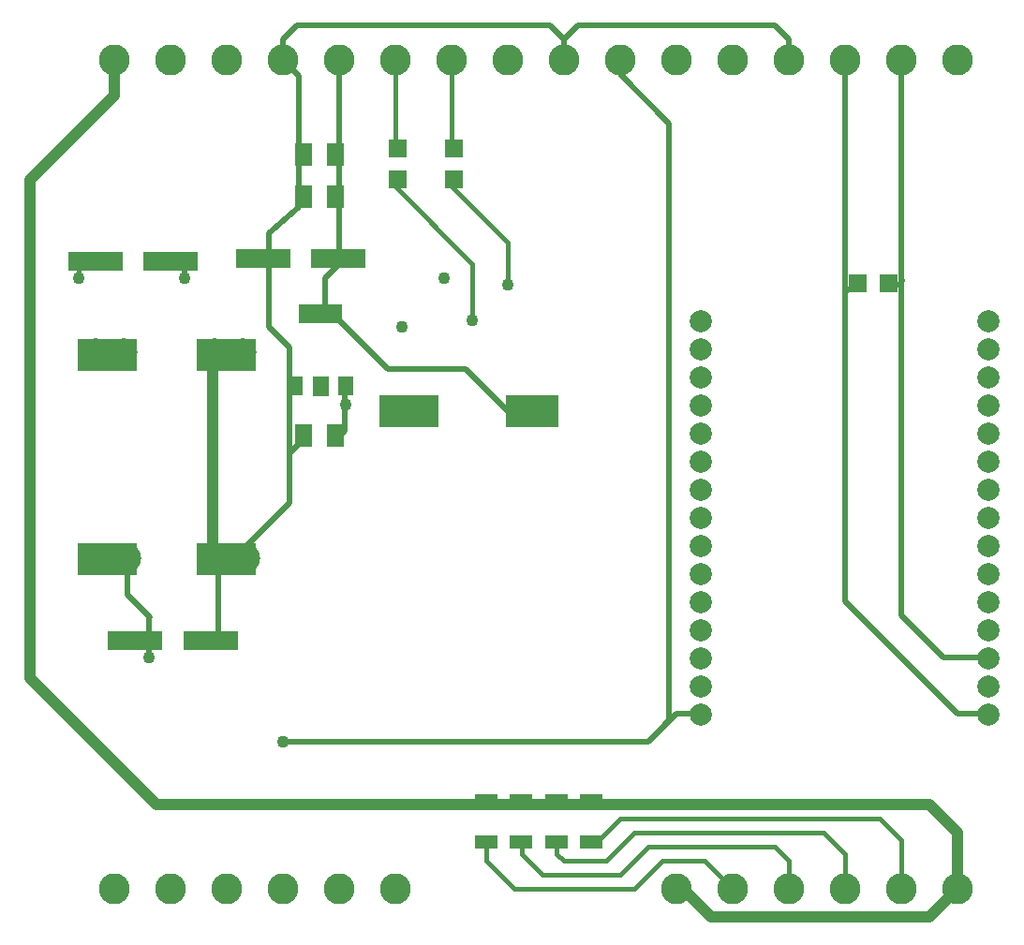
<source format=gbr>
%FSLAX34Y34*%
%MOMM*%
%LNCOPPER_TOP*%
G71*
G01*
%ADD10C, 2.80*%
%ADD11C, 2.50*%
%ADD12C, 1.10*%
%ADD13R, 1.40X1.70*%
%ADD14C, 0.00*%
%ADD15R, 4.00X1.70*%
%ADD16R, 1.60X2.00*%
%ADD17C, 0.50*%
%ADD18C, 0.40*%
%ADD19R, 3.00X1.00*%
%ADD20C, 1.00*%
%ADD21R, 2.00X1.30*%
%ADD22R, 1.50X3.00*%
%ADD23R, 5.00X1.70*%
%ADD24C, 2.00*%
%LPD*%
X166300Y-102800D02*
G54D10*
D03*
X217100Y-102800D02*
G54D10*
D03*
X267900Y-102800D02*
G54D10*
D03*
X318700Y-102800D02*
G54D10*
D03*
X369500Y-102800D02*
G54D10*
D03*
X420300Y-102800D02*
G54D10*
D03*
X282590Y-366872D02*
G54D11*
D03*
X174640Y-366872D02*
G54D11*
D03*
X257195Y-553560D02*
G54D11*
D03*
X152420Y-553560D02*
G54D11*
D03*
X257195Y-366870D02*
G54D11*
D03*
X149245Y-366870D02*
G54D11*
D03*
X285770Y-553560D02*
G54D11*
D03*
X177820Y-553560D02*
G54D11*
D03*
X318700Y-718750D02*
G54D12*
D03*
X471100Y-102800D02*
G54D10*
D03*
X521900Y-102800D02*
G54D10*
D03*
X572700Y-102800D02*
G54D10*
D03*
X623500Y-102800D02*
G54D10*
D03*
X674300Y-102800D02*
G54D10*
D03*
X725100Y-102800D02*
G54D10*
D03*
X775900Y-102800D02*
G54D10*
D03*
X826700Y-102800D02*
G54D10*
D03*
X877500Y-102800D02*
G54D10*
D03*
X928300Y-102800D02*
G54D10*
D03*
X166300Y-852100D02*
G54D10*
D03*
X217100Y-852100D02*
G54D10*
D03*
X267900Y-852100D02*
G54D10*
D03*
X318700Y-852100D02*
G54D10*
D03*
X369500Y-852100D02*
G54D10*
D03*
X420300Y-852100D02*
G54D10*
D03*
X674300Y-852100D02*
G54D10*
D03*
X725100Y-852100D02*
G54D10*
D03*
X775900Y-852100D02*
G54D10*
D03*
X826700Y-852100D02*
G54D10*
D03*
X877500Y-852100D02*
G54D10*
D03*
X928300Y-852100D02*
G54D10*
D03*
X329452Y-397557D02*
G54D13*
D03*
G36*
X345451Y-389057D02*
X359451Y-389056D01*
X359452Y-406056D01*
X345452Y-406057D01*
X345451Y-389057D01*
G37*
G54D14*
X345451Y-389057D02*
X359451Y-389056D01*
X359452Y-406056D01*
X345452Y-406057D01*
X345451Y-389057D01*
X375451Y-397556D02*
G54D13*
D03*
X352452Y-332557D02*
G54D15*
D03*
X337750Y-442525D02*
G54D16*
D03*
X365750Y-442525D02*
G54D16*
D03*
X134550Y-299650D02*
G54D12*
D03*
X229800Y-299650D02*
G54D12*
D03*
G54D17*
X152420Y-553560D02*
X177820Y-553560D01*
X177820Y-585971D01*
X198112Y-606264D01*
X198050Y-606326D01*
X198050Y-642550D01*
G54D17*
X260370Y-553560D02*
X260370Y-628306D01*
X198050Y-642550D02*
G54D12*
D03*
X337750Y-226625D02*
G54D16*
D03*
X365750Y-226625D02*
G54D16*
D03*
G54D17*
X369500Y-102800D02*
X369500Y-229800D01*
X369500Y-286950D01*
X356800Y-299650D01*
X356800Y-331400D01*
X375850Y-413950D02*
G54D12*
D03*
X464750Y-299650D02*
G54D12*
D03*
X426650Y-344100D02*
G54D12*
D03*
G54D18*
X420300Y-102800D02*
X420300Y-185350D01*
G54D18*
X471100Y-102800D02*
X471100Y-179000D01*
G54D18*
X490150Y-337750D02*
X490150Y-286950D01*
X420300Y-217100D01*
G54D18*
X470449Y-216449D02*
X521900Y-267900D01*
X521900Y-306000D01*
X521900Y-306000D02*
G54D12*
D03*
X490150Y-337750D02*
G54D12*
D03*
X337750Y-188525D02*
G54D16*
D03*
X365750Y-188525D02*
G54D16*
D03*
G54D17*
X229800Y-299650D02*
X229888Y-285252D01*
G54D17*
X324532Y-362632D02*
X306000Y-344100D01*
X306000Y-259526D01*
X333112Y-235614D01*
X333112Y-117212D01*
X318700Y-102800D01*
X318700Y-83750D01*
X331400Y-71050D01*
X560000Y-71050D01*
X572700Y-83750D01*
X572700Y-102800D01*
X572700Y-83750D01*
X585400Y-71050D01*
X763200Y-71050D01*
X775900Y-83750D01*
X775900Y-102800D01*
G54D17*
X286950Y-553650D02*
X286950Y-540950D01*
X325050Y-502850D01*
X325050Y-363150D01*
X361093Y-284412D02*
G54D19*
D03*
X311093Y-284412D02*
G54D19*
D03*
X159280Y-285026D02*
G54D19*
D03*
X209280Y-285026D02*
G54D19*
D03*
X194239Y-627792D02*
G54D19*
D03*
X244239Y-627792D02*
G54D19*
D03*
G54D17*
X337750Y-439350D02*
X337750Y-445700D01*
X325050Y-458400D01*
G54D20*
X648900Y-775900D02*
X204400Y-775900D01*
X90100Y-661600D01*
X90100Y-210750D01*
X166300Y-134550D01*
X166300Y-102800D01*
G54D20*
X674300Y-852100D02*
X680650Y-852100D01*
X706050Y-877500D01*
X902900Y-877500D01*
X928300Y-852100D01*
X928300Y-801300D01*
X902900Y-775900D01*
X636200Y-775900D01*
X597455Y-772401D02*
G54D21*
D03*
X597555Y-810001D02*
G54D21*
D03*
X565705Y-772401D02*
G54D21*
D03*
X565805Y-810001D02*
G54D21*
D03*
X533955Y-772401D02*
G54D21*
D03*
X534055Y-810001D02*
G54D21*
D03*
X502205Y-772401D02*
G54D21*
D03*
X502305Y-810001D02*
G54D21*
D03*
G54D18*
X598100Y-807650D02*
X604450Y-807650D01*
X623500Y-788600D01*
X858450Y-788600D01*
X877500Y-807650D01*
X877500Y-845750D01*
X883850Y-852100D01*
G54D18*
X566350Y-814000D02*
X566350Y-820350D01*
X572700Y-826700D01*
X610800Y-826700D01*
X636200Y-801300D01*
X807650Y-801300D01*
X826700Y-820350D01*
X826700Y-852100D01*
G54D18*
X534600Y-814000D02*
X534600Y-820350D01*
X553650Y-839400D01*
X623500Y-839400D01*
X648900Y-814000D01*
X763200Y-814000D01*
X775900Y-826700D01*
X775900Y-845750D01*
X769550Y-852100D01*
G54D18*
X502850Y-814000D02*
X502850Y-826700D01*
X528250Y-852100D01*
X636200Y-852100D01*
X661600Y-826700D01*
X699700Y-826700D01*
X725100Y-852100D01*
X413950Y-420300D02*
G54D22*
D03*
X426650Y-420300D02*
G54D22*
D03*
X439350Y-420300D02*
G54D22*
D03*
X452050Y-420300D02*
G54D22*
D03*
X528250Y-420300D02*
G54D22*
D03*
X540950Y-420300D02*
G54D22*
D03*
X547300Y-420300D02*
G54D22*
D03*
X560000Y-420300D02*
G54D22*
D03*
G54D17*
X540950Y-420300D02*
X521900Y-420300D01*
X483800Y-382200D01*
X413950Y-382200D01*
X363150Y-331400D01*
X140900Y-369500D02*
G54D22*
D03*
X153600Y-369500D02*
G54D22*
D03*
X166300Y-369500D02*
G54D22*
D03*
X179000Y-369500D02*
G54D22*
D03*
X248850Y-369500D02*
G54D22*
D03*
X261550Y-369500D02*
G54D22*
D03*
X274250Y-369500D02*
G54D22*
D03*
X286950Y-369500D02*
G54D22*
D03*
X140900Y-553650D02*
G54D22*
D03*
X153600Y-553650D02*
G54D22*
D03*
X166300Y-553650D02*
G54D22*
D03*
X179000Y-553650D02*
G54D22*
D03*
X248850Y-553650D02*
G54D22*
D03*
X261550Y-553650D02*
G54D22*
D03*
X274250Y-553650D02*
G54D22*
D03*
X286950Y-553650D02*
G54D22*
D03*
X185294Y-627862D02*
G54D23*
D03*
X253149Y-627862D02*
G54D23*
D03*
X149015Y-284836D02*
G54D23*
D03*
X216871Y-284836D02*
G54D23*
D03*
X301254Y-282597D02*
G54D23*
D03*
X369110Y-282597D02*
G54D23*
D03*
G54D20*
X255200Y-363150D02*
X255200Y-560000D01*
G54D17*
X318700Y-718750D02*
X648900Y-718750D01*
X667950Y-699700D01*
X667950Y-159950D01*
X623500Y-115500D01*
X623500Y-109150D01*
G54D17*
X826700Y-102800D02*
X826700Y-591750D01*
X928300Y-693350D01*
X960050Y-693350D01*
G54D17*
X877500Y-102800D02*
X877500Y-604450D01*
X915600Y-642550D01*
X953700Y-642550D01*
G54D17*
X693350Y-693350D02*
X674300Y-693350D01*
X648900Y-718750D01*
G36*
X830179Y-296861D02*
X846179Y-296861D01*
X846179Y-312861D01*
X830179Y-312861D01*
X830179Y-296861D01*
G37*
G36*
X858179Y-296861D02*
X874179Y-296861D01*
X874179Y-312861D01*
X858179Y-312861D01*
X858179Y-296861D01*
G37*
G36*
X465387Y-174550D02*
X481387Y-174550D01*
X481387Y-190550D01*
X465387Y-190550D01*
X465387Y-174550D01*
G37*
G36*
X465387Y-202550D02*
X481387Y-202550D01*
X481387Y-218550D01*
X465387Y-218550D01*
X465387Y-202550D01*
G37*
G36*
X414587Y-174550D02*
X430587Y-174550D01*
X430587Y-190550D01*
X414587Y-190550D01*
X414587Y-174550D01*
G37*
G36*
X414587Y-202550D02*
X430587Y-202550D01*
X430587Y-218550D01*
X414587Y-218550D01*
X414587Y-202550D01*
G37*
G54D17*
X374650Y-412750D02*
X374650Y-393700D01*
G54D17*
X374650Y-412750D02*
X374650Y-438150D01*
X368300Y-444500D01*
G54D18*
X837400Y-308000D02*
X831623Y-308000D01*
X827170Y-312453D01*
G54D18*
X862800Y-308000D02*
X872000Y-308000D01*
X878113Y-301887D01*
X696163Y-338744D02*
G54D24*
D03*
X696163Y-364144D02*
G54D24*
D03*
X696163Y-389544D02*
G54D24*
D03*
X696163Y-414944D02*
G54D24*
D03*
X696163Y-440344D02*
G54D24*
D03*
X696163Y-465744D02*
G54D24*
D03*
X696163Y-491144D02*
G54D24*
D03*
X696163Y-516544D02*
G54D24*
D03*
X696163Y-541944D02*
G54D24*
D03*
X696163Y-567344D02*
G54D24*
D03*
X696163Y-592744D02*
G54D24*
D03*
X696163Y-618144D02*
G54D24*
D03*
X696163Y-643544D02*
G54D24*
D03*
X696163Y-668944D02*
G54D24*
D03*
X696163Y-694344D02*
G54D24*
D03*
X956513Y-338744D02*
G54D24*
D03*
X956513Y-364144D02*
G54D24*
D03*
X956513Y-389544D02*
G54D24*
D03*
X956513Y-414944D02*
G54D24*
D03*
X956513Y-440344D02*
G54D24*
D03*
X956513Y-465744D02*
G54D24*
D03*
X956513Y-491144D02*
G54D24*
D03*
X956513Y-516544D02*
G54D24*
D03*
X956513Y-541944D02*
G54D24*
D03*
X956513Y-567344D02*
G54D24*
D03*
X956513Y-592744D02*
G54D24*
D03*
X956513Y-618144D02*
G54D24*
D03*
X956513Y-643544D02*
G54D24*
D03*
X956513Y-668944D02*
G54D24*
D03*
X956513Y-694344D02*
G54D24*
D03*
G54D18*
X134545Y-300000D02*
X134545Y-286946D01*
X133350Y-285750D01*
M02*

</source>
